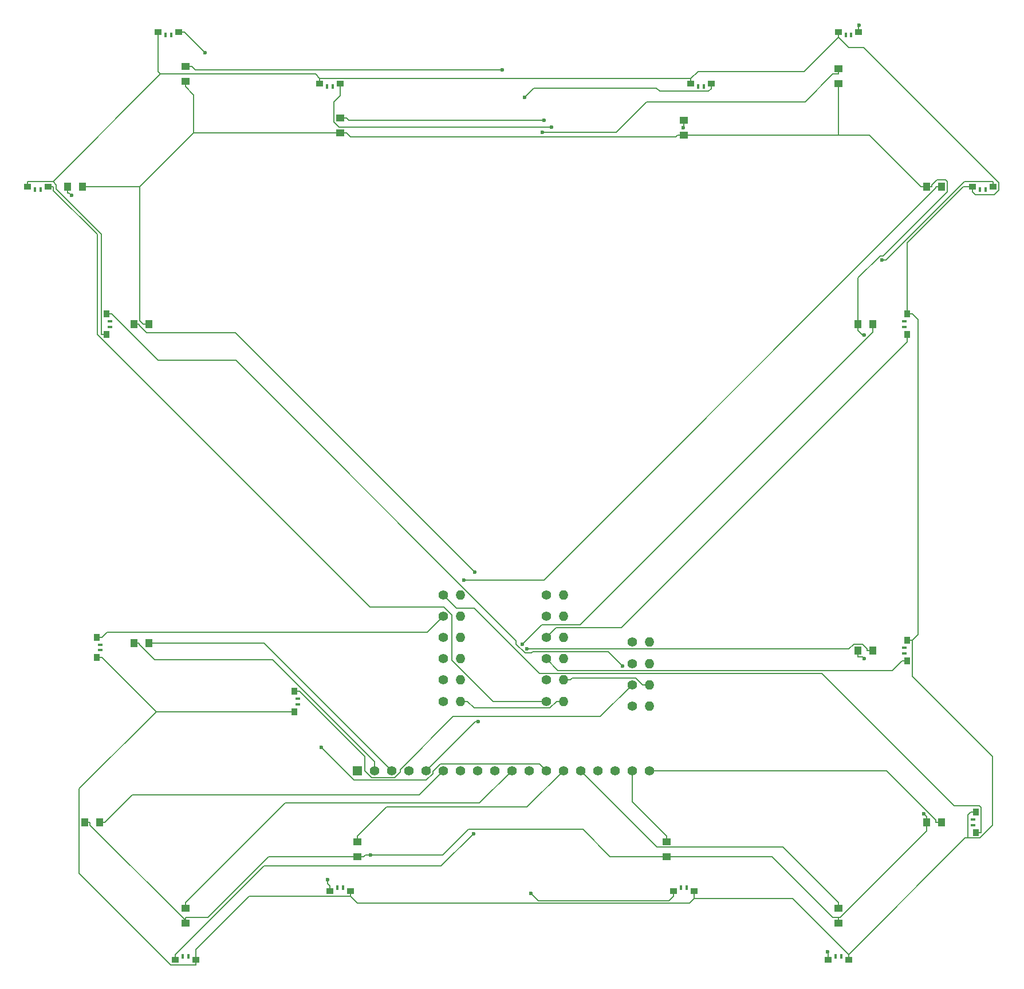
<source format=gtl>
%TF.GenerationSoftware,KiCad,Pcbnew,8.0.5*%
%TF.CreationDate,2024-11-19T19:18:07-05:00*%
%TF.ProjectId,line_sensor_pcb,6c696e65-5f73-4656-9e73-6f725f706362,rev?*%
%TF.SameCoordinates,Original*%
%TF.FileFunction,Copper,L1,Top*%
%TF.FilePolarity,Positive*%
%FSLAX46Y46*%
G04 Gerber Fmt 4.6, Leading zero omitted, Abs format (unit mm)*
G04 Created by KiCad (PCBNEW 8.0.5) date 2024-11-19 19:18:07*
%MOMM*%
%LPD*%
G01*
G04 APERTURE LIST*
%TA.AperFunction,SMDPad,CuDef*%
%ADD10R,0.900000X1.000000*%
%TD*%
%TA.AperFunction,SMDPad,CuDef*%
%ADD11R,0.800000X0.400000*%
%TD*%
%TA.AperFunction,ComponentPad*%
%ADD12C,1.400000*%
%TD*%
%TA.AperFunction,ComponentPad*%
%ADD13O,1.400000X1.400000*%
%TD*%
%TA.AperFunction,SMDPad,CuDef*%
%ADD14R,1.000000X1.250000*%
%TD*%
%TA.AperFunction,SMDPad,CuDef*%
%ADD15R,1.250000X1.000000*%
%TD*%
%TA.AperFunction,SMDPad,CuDef*%
%ADD16R,1.000000X0.900000*%
%TD*%
%TA.AperFunction,SMDPad,CuDef*%
%ADD17R,0.400000X0.800000*%
%TD*%
%TA.AperFunction,ComponentPad*%
%ADD18R,1.398000X1.398000*%
%TD*%
%TA.AperFunction,ComponentPad*%
%ADD19C,1.398000*%
%TD*%
%TA.AperFunction,ViaPad*%
%ADD20C,0.600000*%
%TD*%
%TA.AperFunction,Conductor*%
%ADD21C,0.200000*%
%TD*%
G04 APERTURE END LIST*
D10*
%TO.P,D10,1,K*%
%TO.N,3V GND*%
X157480000Y-115340000D03*
%TO.P,D10,2,A*%
%TO.N,Net-(D10-A)*%
X157480000Y-118340000D03*
D11*
%TO.P,D10,3*%
%TO.N,N/C*%
X157030000Y-117240000D03*
%TO.P,D10,4*%
X157030000Y-116440000D03*
%TD*%
D10*
%TO.P,D1,1,K*%
%TO.N,3V GND*%
X167640000Y-140740000D03*
%TO.P,D1,2,A*%
%TO.N,Net-(D1-A)*%
X167640000Y-143740000D03*
D11*
%TO.P,D1,3*%
%TO.N,N/C*%
X167190000Y-142640000D03*
%TO.P,D1,4*%
X167190000Y-141840000D03*
%TD*%
D12*
%TO.P,R29,1*%
%TO.N,Net-(D13-A)*%
X116840000Y-115620000D03*
D13*
%TO.P,R29,2*%
%TO.N,3V*%
X119380000Y-115620000D03*
%TD*%
D14*
%TO.P,LED10,1,K*%
%TO.N,A0*%
X152400000Y-116840000D03*
%TO.P,LED10,2,A*%
%TO.N,3.3V*%
X150200000Y-116840000D03*
%TD*%
D12*
%TO.P,R18,1*%
%TO.N,Net-(D2-A)*%
X88900000Y-111760000D03*
D13*
%TO.P,R18,2*%
%TO.N,3V*%
X91440000Y-111760000D03*
%TD*%
D12*
%TO.P,R26,1*%
%TO.N,Net-(D10-A)*%
X104140000Y-118060000D03*
D13*
%TO.P,R26,2*%
%TO.N,3V*%
X106680000Y-118060000D03*
%TD*%
D12*
%TO.P,R17,1*%
%TO.N,Net-(D1-A)*%
X88900000Y-108610000D03*
D13*
%TO.P,R17,2*%
%TO.N,3V*%
X91440000Y-108610000D03*
%TD*%
D14*
%TO.P,LED1,1,K*%
%TO.N,A9*%
X162560000Y-142240000D03*
%TO.P,LED1,2,A*%
%TO.N,3.3V*%
X160360000Y-142240000D03*
%TD*%
%TO.P,LED13,1,K*%
%TO.N,A13*%
X38100000Y-142240000D03*
%TO.P,LED13,2,A*%
%TO.N,3.3V*%
X35900000Y-142240000D03*
%TD*%
%TO.P,LED7,1,K*%
%TO.N,A3*%
X33360000Y-48260000D03*
%TO.P,LED7,2,A*%
%TO.N,3.3V*%
X35560000Y-48260000D03*
%TD*%
D15*
%TO.P,LED6,1,K*%
%TO.N,A4*%
X76200000Y-145120000D03*
%TO.P,LED6,2,A*%
%TO.N,3.3V*%
X76200000Y-147320000D03*
%TD*%
D12*
%TO.P,R24,1*%
%TO.N,Net-(D8-A)*%
X104140000Y-111760000D03*
D13*
%TO.P,R24,2*%
%TO.N,3V*%
X106680000Y-111760000D03*
%TD*%
D16*
%TO.P,D5,1,K*%
%TO.N,3V GND*%
X125960000Y-152400000D03*
%TO.P,D5,2,A*%
%TO.N,Net-(D5-A)*%
X122960000Y-152400000D03*
D17*
%TO.P,D5,3*%
%TO.N,N/C*%
X124060000Y-151950000D03*
%TO.P,D5,4*%
X124860000Y-151950000D03*
%TD*%
D12*
%TO.P,R28,1*%
%TO.N,Net-(D12-A)*%
X104140000Y-124360000D03*
D13*
%TO.P,R28,2*%
%TO.N,3V*%
X106680000Y-124360000D03*
%TD*%
D12*
%TO.P,R20,1*%
%TO.N,Net-(D4-A)*%
X88900000Y-118060000D03*
D13*
%TO.P,R20,2*%
%TO.N,3V*%
X91440000Y-118060000D03*
%TD*%
D15*
%TO.P,LED3,1,K*%
%TO.N,A7*%
X50800000Y-30480000D03*
%TO.P,LED3,2,A*%
%TO.N,3.3V*%
X50800000Y-32680000D03*
%TD*%
D12*
%TO.P,R22,1*%
%TO.N,Net-(D6-A)*%
X88900000Y-124360000D03*
D13*
%TO.P,R22,2*%
%TO.N,3V*%
X91440000Y-124360000D03*
%TD*%
D10*
%TO.P,D9,1,K*%
%TO.N,3V GND*%
X157480000Y-67080000D03*
%TO.P,D9,2,A*%
%TO.N,Net-(D9-A)*%
X157480000Y-70080000D03*
D11*
%TO.P,D9,3*%
%TO.N,N/C*%
X157030000Y-68980000D03*
%TO.P,D9,4*%
X157030000Y-68180000D03*
%TD*%
D16*
%TO.P,D3,1,K*%
%TO.N,3V GND*%
X46760000Y-25400000D03*
%TO.P,D3,2,A*%
%TO.N,Net-(D3-A)*%
X49760000Y-25400000D03*
D17*
%TO.P,D3,3*%
%TO.N,N/C*%
X48660000Y-25850000D03*
%TO.P,D3,4*%
X47860000Y-25850000D03*
%TD*%
D12*
%TO.P,R25,1*%
%TO.N,Net-(D9-A)*%
X104140000Y-114910000D03*
D13*
%TO.P,R25,2*%
%TO.N,3V*%
X106680000Y-114910000D03*
%TD*%
D15*
%TO.P,LED9,1,K*%
%TO.N,A1*%
X50800000Y-154940000D03*
%TO.P,LED9,2,A*%
%TO.N,3.3V*%
X50800000Y-157140000D03*
%TD*%
D16*
%TO.P,D8,1,K*%
%TO.N,3V GND*%
X70660000Y-33020000D03*
%TO.P,D8,2,A*%
%TO.N,Net-(D8-A)*%
X73660000Y-33020000D03*
D17*
%TO.P,D8,3*%
%TO.N,N/C*%
X72560000Y-33470000D03*
%TO.P,D8,4*%
X71760000Y-33470000D03*
%TD*%
D16*
%TO.P,D12,1,K*%
%TO.N,3V GND*%
X27480000Y-48260000D03*
%TO.P,D12,2,A*%
%TO.N,Net-(D12-A)*%
X30480000Y-48260000D03*
D17*
%TO.P,D12,3*%
%TO.N,N/C*%
X29380000Y-48710000D03*
%TO.P,D12,4*%
X28580000Y-48710000D03*
%TD*%
D12*
%TO.P,R32,1*%
%TO.N,Net-(D16-A)*%
X116840000Y-125070000D03*
D13*
%TO.P,R32,2*%
%TO.N,3V*%
X119380000Y-125070000D03*
%TD*%
D15*
%TO.P,LED2,1,K*%
%TO.N,A8*%
X121920000Y-145120000D03*
%TO.P,LED2,2,A*%
%TO.N,3.3V*%
X121920000Y-147320000D03*
%TD*%
D10*
%TO.P,D2,1,K*%
%TO.N,3V GND*%
X37700000Y-117890000D03*
%TO.P,D2,2,A*%
%TO.N,Net-(D2-A)*%
X37700000Y-114890000D03*
D11*
%TO.P,D2,3*%
%TO.N,N/C*%
X38150000Y-115990000D03*
%TO.P,D2,4*%
X38150000Y-116790000D03*
%TD*%
D15*
%TO.P,LED5,1,K*%
%TO.N,A5*%
X147320000Y-154940000D03*
%TO.P,LED5,2,A*%
%TO.N,3.3V*%
X147320000Y-157140000D03*
%TD*%
%TO.P,LED8,1,K*%
%TO.N,A2*%
X73660000Y-38100000D03*
%TO.P,LED8,2,A*%
%TO.N,3.3V*%
X73660000Y-40300000D03*
%TD*%
D18*
%TO.P,J2,1,Pin_1*%
%TO.N,A11*%
X76200000Y-134620000D03*
D19*
%TO.P,J2,2,Pin_2*%
%TO.N,A10*%
X78740000Y-134620000D03*
%TO.P,J2,3,Pin_3*%
%TO.N,3.3V*%
X81280000Y-134620000D03*
%TO.P,J2,4,Pin_4*%
%TO.N,3.3V GND*%
X83820000Y-134620000D03*
%TO.P,J2,5,Pin_5*%
%TO.N,A12*%
X86360000Y-134620000D03*
%TO.P,J2,6,Pin_6*%
%TO.N,A13*%
X88900000Y-134620000D03*
%TO.P,J2,7,Pin_7*%
%TO.N,A14*%
X91440000Y-134620000D03*
%TO.P,J2,8,Pin_8*%
%TO.N,A15*%
X93980000Y-134620000D03*
%TO.P,J2,9,Pin_9*%
%TO.N,A0*%
X96520000Y-134620000D03*
%TO.P,J2,10,Pin_10*%
%TO.N,A1*%
X99060000Y-134620000D03*
%TO.P,J2,11,Pin_11*%
%TO.N,A2*%
X101600000Y-134620000D03*
%TO.P,J2,12,Pin_12*%
%TO.N,A3*%
X104140000Y-134620000D03*
%TO.P,J2,13,Pin_13*%
%TO.N,A4*%
X106680000Y-134620000D03*
%TO.P,J2,14,Pin_14*%
%TO.N,A5*%
X109220000Y-134620000D03*
%TO.P,J2,15,Pin_15*%
%TO.N,A6*%
X111760000Y-134620000D03*
%TO.P,J2,16,Pin_16*%
%TO.N,A7*%
X114300000Y-134620000D03*
%TO.P,J2,17,Pin_17*%
%TO.N,A8*%
X116840000Y-134620000D03*
%TO.P,J2,18,Pin_18*%
%TO.N,A9*%
X119380000Y-134620000D03*
%TD*%
D16*
%TO.P,D11,1,K*%
%TO.N,3V GND*%
X52300000Y-162560000D03*
%TO.P,D11,2,A*%
%TO.N,Net-(D11-A)*%
X49300000Y-162560000D03*
D17*
%TO.P,D11,3*%
%TO.N,N/C*%
X50400000Y-162110000D03*
%TO.P,D11,4*%
X51200000Y-162110000D03*
%TD*%
D15*
%TO.P,LED4,1,K*%
%TO.N,A6*%
X124460000Y-38440000D03*
%TO.P,LED4,2,A*%
%TO.N,3.3V*%
X124460000Y-40640000D03*
%TD*%
D16*
%TO.P,D6,1,K*%
%TO.N,3V GND*%
X75160000Y-152400000D03*
%TO.P,D6,2,A*%
%TO.N,Net-(D6-A)*%
X72160000Y-152400000D03*
D17*
%TO.P,D6,3*%
%TO.N,N/C*%
X73260000Y-151950000D03*
%TO.P,D6,4*%
X74060000Y-151950000D03*
%TD*%
D15*
%TO.P,LED12,1,K*%
%TO.N,A14*%
X147320000Y-30820000D03*
%TO.P,LED12,2,A*%
%TO.N,3.3V*%
X147320000Y-33020000D03*
%TD*%
D16*
%TO.P,D14,1,K*%
%TO.N,3V GND*%
X167180000Y-48260000D03*
%TO.P,D14,2,A*%
%TO.N,Net-(D14-A)*%
X170180000Y-48260000D03*
D17*
%TO.P,D14,3*%
%TO.N,N/C*%
X169080000Y-48710000D03*
%TO.P,D14,4*%
X168280000Y-48710000D03*
%TD*%
D14*
%TO.P,LED16,1,K*%
%TO.N,A11*%
X162560000Y-48260000D03*
%TO.P,LED16,2,A*%
%TO.N,3.3V*%
X160360000Y-48260000D03*
%TD*%
D16*
%TO.P,D7,1,K*%
%TO.N,3V GND*%
X148820000Y-162560000D03*
%TO.P,D7,2,A*%
%TO.N,Net-(D7-A)*%
X145820000Y-162560000D03*
D17*
%TO.P,D7,3*%
%TO.N,N/C*%
X146920000Y-162110000D03*
%TO.P,D7,4*%
X147720000Y-162110000D03*
%TD*%
D14*
%TO.P,LED11,1,K*%
%TO.N,A15*%
X43180000Y-68580000D03*
%TO.P,LED11,2,A*%
%TO.N,3.3V*%
X45380000Y-68580000D03*
%TD*%
%TO.P,LED14,1,K*%
%TO.N,A12*%
X152400000Y-68580000D03*
%TO.P,LED14,2,A*%
%TO.N,3.3V*%
X150200000Y-68580000D03*
%TD*%
D10*
%TO.P,D16,1,K*%
%TO.N,3V GND*%
X39140000Y-70080000D03*
%TO.P,D16,2,A*%
%TO.N,Net-(D16-A)*%
X39140000Y-67080000D03*
D11*
%TO.P,D16,3*%
%TO.N,N/C*%
X39590000Y-68180000D03*
%TO.P,D16,4*%
X39590000Y-68980000D03*
%TD*%
D16*
%TO.P,D4,1,K*%
%TO.N,3V GND*%
X125500000Y-33020000D03*
%TO.P,D4,2,A*%
%TO.N,Net-(D4-A)*%
X128500000Y-33020000D03*
D17*
%TO.P,D4,3*%
%TO.N,N/C*%
X127400000Y-33470000D03*
%TO.P,D4,4*%
X126600000Y-33470000D03*
%TD*%
D12*
%TO.P,R27,1*%
%TO.N,Net-(D11-A)*%
X104140000Y-121210000D03*
D13*
%TO.P,R27,2*%
%TO.N,3V*%
X106680000Y-121210000D03*
%TD*%
D12*
%TO.P,R31,1*%
%TO.N,Net-(D15-A)*%
X116840000Y-121920000D03*
D13*
%TO.P,R31,2*%
%TO.N,3V*%
X119380000Y-121920000D03*
%TD*%
D14*
%TO.P,LED15,1,K*%
%TO.N,A10*%
X43180000Y-115740000D03*
%TO.P,LED15,2,A*%
%TO.N,3.3V*%
X45380000Y-115740000D03*
%TD*%
D12*
%TO.P,R21,1*%
%TO.N,Net-(D5-A)*%
X88900000Y-121210000D03*
D13*
%TO.P,R21,2*%
%TO.N,3V*%
X91440000Y-121210000D03*
%TD*%
D12*
%TO.P,R23,1*%
%TO.N,Net-(D7-A)*%
X104140000Y-108610000D03*
D13*
%TO.P,R23,2*%
%TO.N,3V*%
X106680000Y-108610000D03*
%TD*%
D12*
%TO.P,R19,1*%
%TO.N,Net-(D3-A)*%
X88900000Y-114910000D03*
D13*
%TO.P,R19,2*%
%TO.N,3V*%
X91440000Y-114910000D03*
%TD*%
D16*
%TO.P,D13,1,K*%
%TO.N,3V GND*%
X147320000Y-25400000D03*
%TO.P,D13,2,A*%
%TO.N,Net-(D13-A)*%
X150320000Y-25400000D03*
D17*
%TO.P,D13,3*%
%TO.N,N/C*%
X149220000Y-25850000D03*
%TO.P,D13,4*%
X148420000Y-25850000D03*
%TD*%
D12*
%TO.P,R30,1*%
%TO.N,Net-(D14-A)*%
X116840000Y-118770000D03*
D13*
%TO.P,R30,2*%
%TO.N,3V*%
X119380000Y-118770000D03*
%TD*%
D10*
%TO.P,D15,1,K*%
%TO.N,3V GND*%
X66925700Y-125890000D03*
%TO.P,D15,2,A*%
%TO.N,Net-(D15-A)*%
X66925700Y-122890000D03*
D11*
%TO.P,D15,3*%
%TO.N,N/C*%
X67375700Y-123990000D03*
%TO.P,D15,4*%
X67375700Y-124790000D03*
%TD*%
D20*
%TO.N,Net-(D3-A)*%
X53712300Y-28454300D03*
%TO.N,Net-(D4-A)*%
X100899900Y-35100500D03*
%TO.N,Net-(D5-A)*%
X101886000Y-152761800D03*
%TO.N,Net-(D6-A)*%
X71815400Y-150704500D03*
%TO.N,Net-(D7-A)*%
X145725400Y-161421000D03*
%TO.N,Net-(D8-A)*%
X104868100Y-39470700D03*
%TO.N,Net-(D11-A)*%
X93366800Y-143920000D03*
%TO.N,Net-(D13-A)*%
X150354500Y-24422700D03*
%TO.N,Net-(D14-A)*%
X153722600Y-59083800D03*
%TO.N,Net-(D16-A)*%
X115447700Y-119181900D03*
%TO.N,A15*%
X93549500Y-105227400D03*
%TO.N,A14*%
X103553900Y-40256200D03*
%TO.N,A12*%
X100583600Y-115962800D03*
X94039800Y-127344900D03*
%TO.N,A7*%
X97619000Y-30968700D03*
%TO.N,3.3V*%
X151131400Y-118044700D03*
X151131400Y-70181500D03*
X159928600Y-140972500D03*
X78171500Y-147090800D03*
%TO.N,A3*%
X33930400Y-49583900D03*
X70858100Y-131159200D03*
%TO.N,A6*%
X124377700Y-39540000D03*
%TO.N,A0*%
X101287800Y-116632000D03*
%TO.N,A2*%
X103830600Y-38425300D03*
%TO.N,A11*%
X91958300Y-106451900D03*
%TD*%
D21*
%TO.N,3V GND*%
X157480000Y-115340000D02*
X158231700Y-115340000D01*
X60226100Y-153151700D02*
X52300000Y-161077800D01*
X125279200Y-154232500D02*
X125960000Y-153551700D01*
X171043000Y-47688900D02*
X151048700Y-27694600D01*
X125500000Y-33020000D02*
X125500000Y-32369100D01*
X66925700Y-125890000D02*
X46451700Y-125890000D01*
X46760000Y-31279900D02*
X46760000Y-26151700D01*
X151048700Y-27694600D02*
X148862900Y-27694600D01*
X76240800Y-154232500D02*
X125279200Y-154232500D01*
X31216200Y-47508300D02*
X31700900Y-47993000D01*
X125498300Y-32268300D02*
X70660000Y-32268300D01*
X125960000Y-153551700D02*
X125960000Y-153151700D01*
X158231700Y-120627700D02*
X158231700Y-115340000D01*
X170106000Y-142650700D02*
X170106000Y-132502000D01*
X170106000Y-132502000D02*
X158231700Y-120627700D01*
X125960000Y-153551700D02*
X140563400Y-153551700D01*
X140563400Y-153551700D02*
X148820000Y-161808300D01*
X126548500Y-31221500D02*
X142250200Y-31221500D01*
X142250200Y-31221500D02*
X147320000Y-26151700D01*
X159068200Y-67916500D02*
X158231700Y-67080000D01*
X148862900Y-27694600D02*
X147320000Y-26151700D01*
X37700000Y-117890000D02*
X38451700Y-117890000D01*
X168198100Y-144558600D02*
X170106000Y-142650700D01*
X148820000Y-161808300D02*
X166069700Y-144558600D01*
X75160000Y-152400000D02*
X75160000Y-153151700D01*
X125500000Y-32270000D02*
X126548500Y-31221500D01*
X46451700Y-125890000D02*
X38451700Y-117890000D01*
X70660000Y-32268300D02*
X70013900Y-31622200D01*
X148820000Y-162560000D02*
X148820000Y-161808300D01*
X166888300Y-140740000D02*
X166458800Y-141169500D01*
X125960000Y-152400000D02*
X125960000Y-153151700D01*
X27480000Y-48260000D02*
X27480000Y-47508300D01*
X52300000Y-162560000D02*
X52300000Y-163311700D01*
X167600100Y-49431800D02*
X170386700Y-49431800D01*
X157480000Y-67080000D02*
X157480000Y-56555200D01*
X75160000Y-153151700D02*
X76240800Y-154232500D01*
X125500000Y-32369100D02*
X125500000Y-32270000D01*
X159068200Y-114503500D02*
X159068200Y-67916500D01*
X52300000Y-163311700D02*
X48640100Y-163311700D01*
X157480000Y-56555200D02*
X165775200Y-48260000D01*
X70660000Y-33020000D02*
X70660000Y-32268300D01*
X165775200Y-48260000D02*
X167180000Y-48260000D01*
X31700900Y-48608500D02*
X38388300Y-55295900D01*
X171043000Y-48775500D02*
X171043000Y-47688900D01*
X46760000Y-25400000D02*
X46760000Y-26151700D01*
X166458800Y-144558600D02*
X168198100Y-144558600D01*
X75160000Y-153151700D02*
X60226100Y-153151700D01*
X52300000Y-161077800D02*
X52300000Y-162560000D01*
X170386700Y-49431800D02*
X171043000Y-48775500D01*
X38388300Y-55295900D02*
X38388300Y-70080000D01*
X70013900Y-31622200D02*
X47102300Y-31622200D01*
X125500000Y-32270000D02*
X125498300Y-32268300D01*
X31216200Y-47508300D02*
X47102300Y-31622200D01*
X35098300Y-137243400D02*
X46451700Y-125890000D01*
X31700900Y-47993000D02*
X31700900Y-48608500D01*
X39140000Y-70080000D02*
X38388300Y-70080000D01*
X166069700Y-144558600D02*
X166458800Y-144558600D01*
X47102300Y-31622200D02*
X46760000Y-31279900D01*
X27480000Y-47508300D02*
X31216200Y-47508300D01*
X158231700Y-115340000D02*
X159068200Y-114503500D01*
X167180000Y-48260000D02*
X167180000Y-49011700D01*
X167180000Y-49011700D02*
X167600100Y-49431800D01*
X157480000Y-67080000D02*
X158231700Y-67080000D01*
X166458800Y-141169500D02*
X166458800Y-144558600D01*
X147320000Y-25400000D02*
X147320000Y-26151700D01*
X48640100Y-163311700D02*
X35098300Y-149769900D01*
X167640000Y-140740000D02*
X166888300Y-140740000D01*
X35098300Y-149769900D02*
X35098300Y-137243400D01*
%TO.N,Net-(D1-A)*%
X93506100Y-110587200D02*
X103123100Y-120204200D01*
X168121100Y-139824200D02*
X168391700Y-140094800D01*
X90877200Y-110587200D02*
X93506100Y-110587200D01*
X164462200Y-139824200D02*
X168121100Y-139824200D01*
X167640000Y-143740000D02*
X168391700Y-143740000D01*
X144842200Y-120204200D02*
X164462200Y-139824200D01*
X88900000Y-108610000D02*
X90877200Y-110587200D01*
X103123100Y-120204200D02*
X144842200Y-120204200D01*
X168391700Y-140094800D02*
X168391700Y-143740000D01*
%TO.N,Net-(D2-A)*%
X39203400Y-114138300D02*
X86521700Y-114138300D01*
X37700000Y-114890000D02*
X38451700Y-114890000D01*
X38451700Y-114890000D02*
X39203400Y-114138300D01*
X86521700Y-114138300D02*
X88900000Y-111760000D01*
%TO.N,Net-(D3-A)*%
X50658000Y-25400000D02*
X53712300Y-28454300D01*
X49760000Y-25400000D02*
X50658000Y-25400000D01*
%TO.N,Net-(D4-A)*%
X128500000Y-33020000D02*
X128500000Y-33771700D01*
X128500000Y-33771700D02*
X128100000Y-34171700D01*
X102322300Y-33678100D02*
X100899900Y-35100500D01*
X120886800Y-34171700D02*
X120393200Y-33678100D01*
X128100000Y-34171700D02*
X120886800Y-34171700D01*
X120393200Y-33678100D02*
X102322300Y-33678100D01*
%TO.N,Net-(D5-A)*%
X122960000Y-153151700D02*
X122292000Y-153819700D01*
X122292000Y-153819700D02*
X102943900Y-153819700D01*
X122960000Y-152400000D02*
X122960000Y-153151700D01*
X102943900Y-153819700D02*
X101886000Y-152761800D01*
%TO.N,Net-(D6-A)*%
X72160000Y-152400000D02*
X72160000Y-151648300D01*
X71815400Y-151303700D02*
X71815400Y-150704500D01*
X72160000Y-151648300D02*
X71815400Y-151303700D01*
%TO.N,Net-(D7-A)*%
X145725400Y-161421000D02*
X145820000Y-161515600D01*
X145820000Y-161515600D02*
X145820000Y-162560000D01*
%TO.N,Net-(D8-A)*%
X72733300Y-35727100D02*
X72733300Y-38746200D01*
X72733300Y-38746200D02*
X73457800Y-39470700D01*
X73660000Y-33020000D02*
X73660000Y-34800400D01*
X73660000Y-34800400D02*
X72733300Y-35727100D01*
X73457800Y-39470700D02*
X104868100Y-39470700D01*
%TO.N,Net-(D9-A)*%
X104140000Y-114910000D02*
X105583700Y-113466300D01*
X157480000Y-71248300D02*
X157480000Y-70080000D01*
X105583700Y-113466300D02*
X115262000Y-113466300D01*
X115262000Y-113466300D02*
X157480000Y-71248300D01*
%TO.N,Net-(D10-A)*%
X155284700Y-119783600D02*
X105863600Y-119783600D01*
X156728300Y-118340000D02*
X155284700Y-119783600D01*
X105863600Y-119783600D02*
X104140000Y-118060000D01*
X157480000Y-118340000D02*
X156728300Y-118340000D01*
%TO.N,Net-(D11-A)*%
X62409600Y-148698700D02*
X88588100Y-148698700D01*
X49300000Y-162560000D02*
X49300000Y-161808300D01*
X88588100Y-148698700D02*
X93366800Y-143920000D01*
X49300000Y-161808300D02*
X62409600Y-148698700D01*
%TO.N,Net-(D12-A)*%
X104140000Y-124360000D02*
X96265300Y-124360000D01*
X90170000Y-118264700D02*
X90170000Y-111593900D01*
X78103900Y-110454800D02*
X37775000Y-70125900D01*
X31281700Y-48827900D02*
X31281700Y-48260000D01*
X96265300Y-124360000D02*
X90170000Y-118264700D01*
X37775000Y-55321200D02*
X31281700Y-48827900D01*
X30480000Y-48260000D02*
X31281700Y-48260000D01*
X37775000Y-70125900D02*
X37775000Y-55321200D01*
X89030900Y-110454800D02*
X78103900Y-110454800D01*
X90170000Y-111593900D02*
X89030900Y-110454800D01*
%TO.N,Net-(D13-A)*%
X150354500Y-24422700D02*
X150320000Y-24457200D01*
X150320000Y-24457200D02*
X150320000Y-25400000D01*
%TO.N,Net-(D14-A)*%
X170180000Y-48260000D02*
X170180000Y-47508300D01*
X154383400Y-59083800D02*
X153722600Y-59083800D01*
X170180000Y-47508300D02*
X165958900Y-47508300D01*
X165958900Y-47508300D02*
X154383400Y-59083800D01*
%TO.N,Net-(D15-A)*%
X81688900Y-135626400D02*
X82550000Y-134765300D01*
X77328500Y-134627700D02*
X78327200Y-135626400D01*
X112130900Y-126629100D02*
X116840000Y-121920000D01*
X90385300Y-126629100D02*
X112130900Y-126629100D01*
X77328500Y-132541100D02*
X77328500Y-134627700D01*
X66925700Y-122890000D02*
X67677400Y-122890000D01*
X82550000Y-134765300D02*
X82550000Y-134464400D01*
X78327200Y-135626400D02*
X81688900Y-135626400D01*
X67677400Y-122890000D02*
X77328500Y-132541100D01*
X82550000Y-134464400D02*
X90385300Y-126629100D01*
%TO.N,Net-(D16-A)*%
X101961300Y-117233800D02*
X101003400Y-117233800D01*
X58241500Y-73952900D02*
X46764600Y-73952900D01*
X101003400Y-117233800D02*
X99676100Y-115906500D01*
X46764600Y-73952900D02*
X39891700Y-67080000D01*
X115447700Y-119181900D02*
X113308000Y-117042200D01*
X39140000Y-67080000D02*
X39891700Y-67080000D01*
X99676100Y-115387500D02*
X58241500Y-73952900D01*
X113308000Y-117042200D02*
X102152900Y-117042200D01*
X99676100Y-115906500D02*
X99676100Y-115387500D01*
X102152900Y-117042200D02*
X101961300Y-117233800D01*
%TO.N,A4*%
X76200000Y-145120000D02*
X76200000Y-144318300D01*
X101298200Y-140001800D02*
X106680000Y-134620000D01*
X80516500Y-140001800D02*
X101298200Y-140001800D01*
X76200000Y-144318300D02*
X80516500Y-140001800D01*
%TO.N,A15*%
X43981700Y-68780400D02*
X43981700Y-68580000D01*
X58168800Y-69846700D02*
X45048000Y-69846700D01*
X45048000Y-69846700D02*
X43981700Y-68780400D01*
X93549500Y-105227400D02*
X58168800Y-69846700D01*
X43180000Y-68580000D02*
X43981700Y-68580000D01*
%TO.N,A14*%
X147320000Y-30820000D02*
X147320000Y-31621700D01*
X114485800Y-40256200D02*
X118984200Y-35757800D01*
X103553900Y-40256200D02*
X114485800Y-40256200D01*
X142382200Y-35757800D02*
X146518300Y-31621700D01*
X118984200Y-35757800D02*
X142382200Y-35757800D01*
X146518300Y-31621700D02*
X147320000Y-31621700D01*
%TO.N,A10*%
X63658100Y-118235100D02*
X78740000Y-133317000D01*
X78740000Y-133317000D02*
X78740000Y-134620000D01*
X43981700Y-115740000D02*
X43981700Y-115940400D01*
X43981700Y-115940400D02*
X46276400Y-118235100D01*
X43180000Y-115740000D02*
X43981700Y-115740000D01*
X46276400Y-118235100D02*
X63658100Y-118235100D01*
%TO.N,A12*%
X109141700Y-113054600D02*
X152400000Y-69796300D01*
X86360000Y-134620000D02*
X93635100Y-127344900D01*
X103491800Y-113054600D02*
X109141700Y-113054600D01*
X100583600Y-115962800D02*
X103491800Y-113054600D01*
X93635100Y-127344900D02*
X94039800Y-127344900D01*
X152400000Y-69796300D02*
X152400000Y-68580000D01*
%TO.N,A9*%
X119380000Y-134620000D02*
X154427000Y-134620000D01*
X154427000Y-134620000D02*
X161758300Y-141951300D01*
X162560000Y-142240000D02*
X161758300Y-142240000D01*
X161758300Y-141951300D02*
X161758300Y-142240000D01*
%TO.N,A1*%
X99060000Y-134620000D02*
X94279900Y-139400100D01*
X50800000Y-154940000D02*
X50800000Y-154138300D01*
X94279900Y-139400100D02*
X65538200Y-139400100D01*
X65538200Y-139400100D02*
X50800000Y-154138300D01*
%TO.N,A7*%
X52215400Y-30968700D02*
X97619000Y-30968700D01*
X51726700Y-30480000D02*
X52215400Y-30968700D01*
X50800000Y-30480000D02*
X51726700Y-30480000D01*
%TO.N,3.3V*%
X160360000Y-141776600D02*
X160360000Y-142240000D01*
X153945900Y-58482100D02*
X153473500Y-58482100D01*
X35560000Y-48260000D02*
X36361700Y-48260000D01*
X151938300Y-40640000D02*
X159558300Y-48260000D01*
X88830300Y-147090800D02*
X92609000Y-143312100D01*
X150853400Y-117766700D02*
X151131400Y-118044700D01*
X50800000Y-156739100D02*
X36701700Y-142640800D01*
X159928600Y-140972500D02*
X160269400Y-141313300D01*
X147320000Y-33020000D02*
X147320000Y-33821700D01*
X150200000Y-68580000D02*
X150200000Y-69506700D01*
X44050900Y-48260000D02*
X44050900Y-68052600D01*
X50800000Y-156338300D02*
X54104200Y-156338300D01*
X54104200Y-156338300D02*
X63122500Y-147320000D01*
X36701700Y-142640800D02*
X36701700Y-142240000D01*
X50800000Y-157140000D02*
X50800000Y-156739100D01*
X153473500Y-58482100D02*
X150200000Y-61755600D01*
X123282200Y-40891100D02*
X123533300Y-40640000D01*
X150874800Y-70181500D02*
X151131400Y-70181500D01*
X52010900Y-40300000D02*
X52010900Y-34692600D01*
X35900000Y-142240000D02*
X36701700Y-142240000D01*
X75177800Y-40891100D02*
X123282200Y-40891100D01*
X73660000Y-40300000D02*
X52010900Y-40300000D01*
X45380000Y-68580000D02*
X44578300Y-68580000D01*
X92609000Y-143312100D02*
X109543600Y-143312100D01*
X78171500Y-147090800D02*
X88830300Y-147090800D01*
X109543600Y-143312100D02*
X113551500Y-147320000D01*
X50800000Y-156739100D02*
X50800000Y-156338300D01*
X36361700Y-48260000D02*
X44050900Y-48260000D01*
X52010900Y-34692600D02*
X50800000Y-33481700D01*
X63122500Y-147320000D02*
X76200000Y-147320000D01*
X161161700Y-48059600D02*
X161931400Y-47289900D01*
X160360000Y-143537900D02*
X147559600Y-156338300D01*
X147320000Y-157140000D02*
X147320000Y-156338300D01*
X62400000Y-115740000D02*
X45380000Y-115740000D01*
X73832200Y-40300000D02*
X73660000Y-40300000D01*
X163142700Y-47289900D02*
X163381000Y-47528200D01*
X147320000Y-40640000D02*
X147320000Y-33821700D01*
X44050900Y-68052600D02*
X44578300Y-68580000D01*
X77126700Y-147320000D02*
X77355900Y-147090800D01*
X146518300Y-156338300D02*
X147320000Y-156338300D01*
X121920000Y-147320000D02*
X137500000Y-147320000D01*
X150200000Y-61755600D02*
X150200000Y-68580000D01*
X50800000Y-32680000D02*
X50800000Y-33481700D01*
X150200000Y-117766700D02*
X150853400Y-117766700D01*
X137500000Y-147320000D02*
X146518300Y-156338300D01*
X73832200Y-40300000D02*
X74586700Y-40300000D01*
X163381000Y-49047000D02*
X153945900Y-58482100D01*
X160360000Y-48260000D02*
X159558300Y-48260000D01*
X81280000Y-134620000D02*
X62400000Y-115740000D01*
X161161700Y-48260000D02*
X161161700Y-48059600D01*
X150200000Y-116840000D02*
X150200000Y-117766700D01*
X160360000Y-141776600D02*
X160360000Y-141313300D01*
X76200000Y-147320000D02*
X77126700Y-147320000D01*
X161931400Y-47289900D02*
X163142700Y-47289900D01*
X150200000Y-69506700D02*
X150874800Y-70181500D01*
X77355900Y-147090800D02*
X78171500Y-147090800D01*
X147320000Y-40640000D02*
X124460000Y-40640000D01*
X147320000Y-40640000D02*
X151938300Y-40640000D01*
X124460000Y-40640000D02*
X123533300Y-40640000D01*
X163381000Y-47528200D02*
X163381000Y-49047000D01*
X160269400Y-141313300D02*
X160360000Y-141313300D01*
X74586700Y-40300000D02*
X75177800Y-40891100D01*
X160360000Y-48260000D02*
X161161700Y-48260000D01*
X147559600Y-156338300D02*
X147320000Y-156338300D01*
X113551500Y-147320000D02*
X121920000Y-147320000D01*
X160360000Y-142240000D02*
X160360000Y-143537900D01*
X52010900Y-40300000D02*
X44050900Y-48260000D01*
%TO.N,A3*%
X88502800Y-133602000D02*
X87360700Y-134744100D01*
X104140000Y-134620000D02*
X103122000Y-133602000D01*
X86364200Y-136031100D02*
X75730000Y-136031100D01*
X87360700Y-134744100D02*
X87360700Y-135034600D01*
X87360700Y-135034600D02*
X86364200Y-136031100D01*
X103122000Y-133602000D02*
X88502800Y-133602000D01*
X33533200Y-49186700D02*
X33360000Y-49186700D01*
X33360000Y-48260000D02*
X33360000Y-49186700D01*
X33930400Y-49583900D02*
X33533200Y-49186700D01*
X75730000Y-136031100D02*
X70858100Y-131159200D01*
%TO.N,A13*%
X38100000Y-142240000D02*
X38901700Y-142240000D01*
X42944800Y-138196900D02*
X38901700Y-142240000D01*
X88900000Y-134620000D02*
X85323100Y-138196900D01*
X85323100Y-138196900D02*
X42944800Y-138196900D01*
%TO.N,A5*%
X147320000Y-154940000D02*
X147320000Y-154138300D01*
X120521700Y-145921700D02*
X139103400Y-145921700D01*
X109220000Y-134620000D02*
X120521700Y-145921700D01*
X139103400Y-145921700D02*
X147320000Y-154138300D01*
%TO.N,A6*%
X124460000Y-39457700D02*
X124460000Y-38440000D01*
X124377700Y-39540000D02*
X124460000Y-39457700D01*
%TO.N,A0*%
X151598300Y-116840000D02*
X151598300Y-116639600D01*
X150872000Y-115913300D02*
X149575000Y-115913300D01*
X152400000Y-116840000D02*
X151598300Y-116840000D01*
X148856300Y-116632000D02*
X101287800Y-116632000D01*
X151598300Y-116639600D02*
X150872000Y-115913300D01*
X149575000Y-115913300D02*
X148856300Y-116632000D01*
%TO.N,A2*%
X74586700Y-38100000D02*
X74912000Y-38425300D01*
X73660000Y-38100000D02*
X74586700Y-38100000D01*
X74912000Y-38425300D02*
X103830600Y-38425300D01*
%TO.N,A11*%
X161758300Y-48460400D02*
X161758300Y-48260000D01*
X162560000Y-48260000D02*
X161758300Y-48260000D01*
X91958300Y-106451900D02*
X103766800Y-106451900D01*
X103766800Y-106451900D02*
X161758300Y-48460400D01*
%TO.N,A8*%
X116840000Y-139238300D02*
X121920000Y-144318300D01*
X116840000Y-134620000D02*
X116840000Y-139238300D01*
X121920000Y-145120000D02*
X121920000Y-144318300D01*
%TO.N,3V*%
X104673600Y-125364700D02*
X105678300Y-124360000D01*
X107681700Y-121210000D02*
X107983800Y-120907900D01*
X106680000Y-124360000D02*
X105678300Y-124360000D01*
X119380000Y-121920000D02*
X118378300Y-121920000D01*
X93446400Y-125364700D02*
X104673600Y-125364700D01*
X92441700Y-124360000D02*
X93446400Y-125364700D01*
X106680000Y-121210000D02*
X107681700Y-121210000D01*
X107983800Y-120907900D02*
X117366200Y-120907900D01*
X91440000Y-124360000D02*
X92441700Y-124360000D01*
X117366200Y-120907900D02*
X118378300Y-121920000D01*
%TD*%
M02*

</source>
